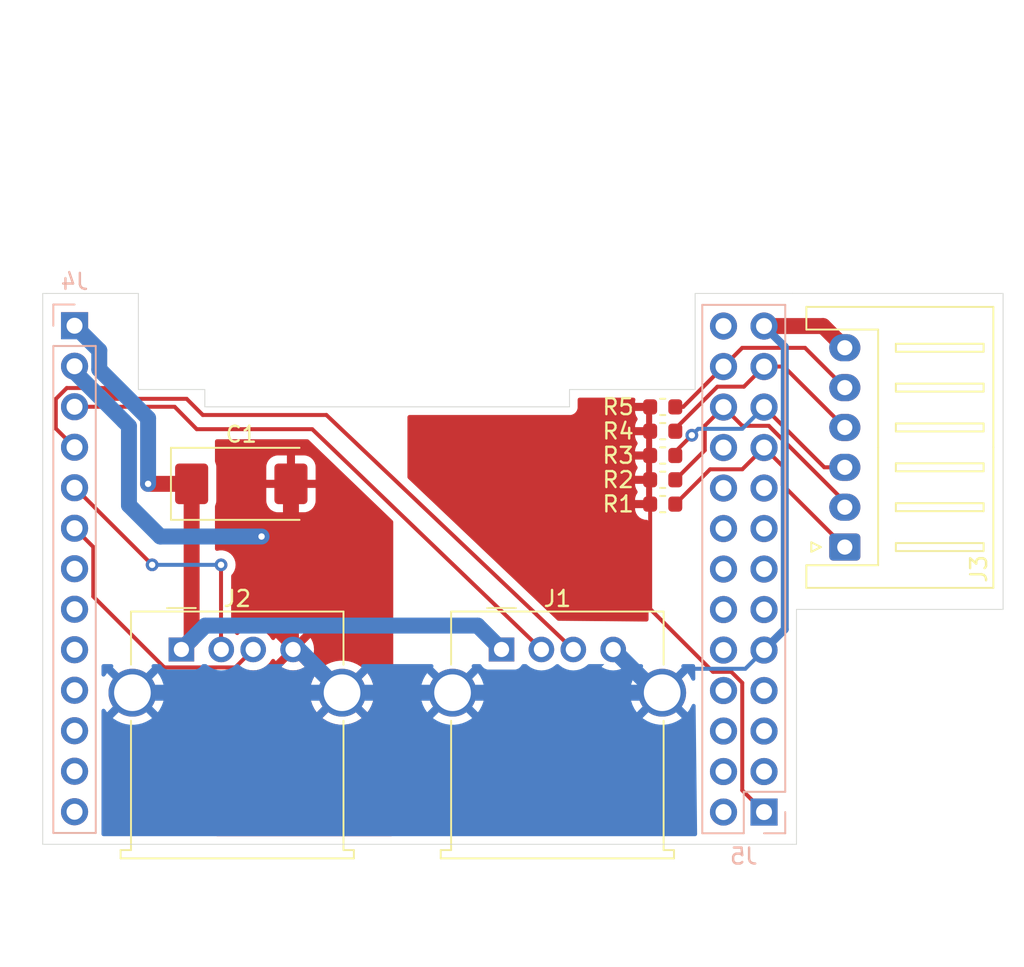
<source format=kicad_pcb>
(kicad_pcb (version 20211014) (generator pcbnew)
  (layers (0 "F.Cu" signal) (31 "B.Cu" signal) (34 "B.Paste" user) (35 "F.Paste" user) (36 "B.SilkS" user "B.Silkscreen") (37 "F.SilkS" user "F.Silkscreen") (38 "B.Mask" user) (39 "F.Mask" user) (44 "Edge.Cuts" user))
  (net 0 "")
  (net 1 "+5V")
  (net 2 "GND")
  (net 3 "+3V3")
  (net 4 "Net-(J1-Pad2)")
  (net 5 "Net-(J1-Pad3)")
  (net 6 "Net-(J2-Pad2)")
  (net 7 "Net-(J2-Pad3)")
  (net 8 "B1")
  (net 9 "B2")
  (net 10 "B3")
  (net 11 "B4")
  (net 12 "B5")
  (footprint "Connector_USB:USB_A_Molex_67643_Horizontal" (layer "F.Cu") (at 76.764 100.304)
    (fp_text reference "J1" (at 3.5 -3.19) (layer "F.SilkS"))
    (fp_text value "Conn_01x05")
    (fp_line (start -3.16 12.58) (end -3.81 12.58) (layer "F.SilkS") (width 0.12))
    (fp_line (start -3.81 12.58) (end -3.81 13.1) (layer "F.SilkS") (width 0.12))
    (fp_line (start -3.16 -2.38) (end 10.16 -2.38) (layer "F.SilkS") (width 0.12))
    (fp_line (start 10.81 12.58) (end 10.16 12.58) (layer "F.SilkS") (width 0.12))
    (fp_line (start -0.9 -2.6) (end 0.9 -2.6) (layer "F.SilkS") (width 0.12))
    (fp_line (start -3.16 12.58) (end -3.16 4.47) (layer "F.SilkS") (width 0.12))
    (fp_line (start -3.81 13.1) (end 10.81 13.1) (layer "F.SilkS") (width 0.12))
    (fp_line (start 10.16 4.47) (end 10.16 12.58) (layer "F.SilkS") (width 0.12))
    (fp_line (start 10.16 -2.38) (end 10.16 0.95) (layer "F.SilkS") (width 0.12))
    (fp_line (start 10.81 13.1) (end 10.81 12.58) (layer "F.SilkS") (width 0.12))
    (fp_line (start -3.16 -2.38) (end -3.16 0.95) (layer "F.SilkS") (width 0.12))
    (pad "1" thru_hole rect locked (at 0 0) (size 1.6 1.5) (drill 0.95) (layers *.Cu *.Mask) (net 1 "+5V"))
    (pad "2" thru_hole circle locked (at 2.5 0) (size 1.6 1.6) (drill 0.95) (layers *.Cu *.Mask) (net 4 "Net-(J1-Pad2)"))
    (pad "3" thru_hole circle locked (at 4.5 0) (size 1.6 1.6) (drill 0.95) (layers *.Cu *.Mask) (net 5 "Net-(J1-Pad3)"))
    (pad "4" thru_hole circle locked (at 7 0) (size 1.6 1.6) (drill 0.95) (layers *.Cu *.Mask) (net 2 "GND"))
    (pad "5" thru_hole circle locked (at -3.07 2.71) (size 3 3) (drill 2.3) (layers *.Cu *.Mask) (net 2 "GND"))
    (pad "5" thru_hole circle locked (at 10.07 2.71) (size 3 3) (drill 2.3) (layers *.Cu *.Mask) (net 2 "GND"))
  )
  (footprint "Resistor_SMD:R_0603_1608Metric" (layer "F.Cu") (at 86.868 85.09)
    (fp_text reference "R5" (at -2.794 0) (layer "F.SilkS"))
    (fp_text value "1k")
    (fp_line (start -0.162779 -0.51) (end 0.162779 -0.51) (layer "F.SilkS") (width 0.12))
    (fp_line (start -0.162779 0.51) (end 0.162779 0.51) (layer "F.SilkS") (width 0.12))
    (pad "1" smd roundrect locked (at -0.7875 0) (size 0.875 0.95) (layers "F.Cu" "F.Paste" "F.Mask") (net 3 "+3V3"))
    (pad "2" smd roundrect locked (at 0.7875 0) (size 0.875 0.95) (layers "F.Cu" "F.Paste" "F.Mask") (net 12 "B5"))
  )
  (footprint "Connector_JST:JST_XH_S6B-XH-A_1x06_P2.50mm_Horizontal" (layer "F.Cu") (at 98.281 93.88 90)
    (fp_text reference "J3" (at -1.37 8.399 90) (layer "F.SilkS"))
    (fp_text value "Conn_01x06")
    (fp_line (start 2.25 3.2) (end 2.25 8.7) (layer "F.SilkS") (width 0.12))
    (fp_line (start -0.25 3.2) (end -0.25 8.7) (layer "F.SilkS") (width 0.12))
    (fp_line (start 9.75 3.2) (end 9.75 8.7) (layer "F.SilkS") (width 0.12))
    (fp_line (start 6.25 9.31) (end 15.06 9.31) (layer "F.SilkS") (width 0.12))
    (fp_line (start 7.25 3.2) (end 7.25 8.7) (layer "F.SilkS") (width 0.12))
    (fp_line (start 13.64 2.09) (end 6.25 2.09) (layer "F.SilkS") (width 0.12))
    (fp_line (start 0 -1.5) (end -0.3 -2.1) (layer "F.SilkS") (width 0.12))
    (fp_line (start 9.75 8.7) (end 10.25 8.7) (layer "F.SilkS") (width 0.12))
    (fp_line (start 2.75 8.7) (end 2.75 3.2) (layer "F.SilkS") (width 0.12))
    (fp_line (start 0.25 3.2) (end -0.25 3.2) (layer "F.SilkS") (width 0.12))
    (fp_line (start 6.25 9.31) (end -2.56 9.31) (layer "F.SilkS") (width 0.12))
    (fp_line (start 12.75 3.2) (end 12.25 3.2) (layer "F.SilkS") (width 0.12))
    (fp_line (start -0.25 8.7) (end 0.25 8.7) (layer "F.SilkS") (width 0.12))
    (fp_line (start 5.25 3.2) (end 4.75 3.2) (layer "F.SilkS") (width 0.12))
    (fp_line (start -0.3 -2.1) (end 0.3 -2.1) (layer "F.SilkS") (width 0.12))
    (fp_line (start 12.75 8.7) (end 12.75 3.2) (layer "F.SilkS") (width 0.12))
    (fp_line (start -1.14 -2.41) (end -1.14 2.09) (layer "F.SilkS") (width 0.12))
    (fp_line (start 10.25 3.2) (end 9.75 3.2) (layer "F.SilkS") (width 0.12))
    (fp_line (start 0.25 8.7) (end 0.25 3.2) (layer "F.SilkS") (width 0.12))
    (fp_line (start 0.3 -2.1) (end 0 -1.5) (layer "F.SilkS") (width 0.12))
    (fp_line (start 15.06 9.31) (end 15.06 -2.41) (layer "F.SilkS") (width 0.12))
    (fp_line (start 15.06 -2.41) (end 13.64 -2.41) (layer "F.SilkS") (width 0.12))
    (fp_line (start 4.75 8.7) (end 5.25 8.7) (layer "F.SilkS") (width 0.12))
    (fp_line (start -1.14 2.09) (end 6.25 2.09) (layer "F.SilkS") (width 0.12))
    (fp_line (start 7.75 3.2) (end 7.25 3.2) (layer "F.SilkS") (width 0.12))
    (fp_line (start 10.25 8.7) (end 10.25 3.2) (layer "F.SilkS") (width 0.12))
    (fp_line (start 4.75 3.2) (end 4.75 8.7) (layer "F.SilkS") (width 0.12))
    (fp_line (start 2.25 8.7) (end 2.75 8.7) (layer "F.SilkS") (width 0.12))
    (fp_line (start -2.56 9.31) (end -2.56 -2.41) (layer "F.SilkS") (width 0.12))
    (fp_line (start 5.25 8.7) (end 5.25 3.2) (layer "F.SilkS") (width 0.12))
    (fp_line (start -2.56 -2.41) (end -1.14 -2.41) (layer "F.SilkS") (width 0.12))
    (fp_line (start 12.25 8.7) (end 12.75 8.7) (layer "F.SilkS") (width 0.12))
    (fp_line (start 13.64 -2.41) (end 13.64 2.09) (layer "F.SilkS") (width 0.12))
    (fp_line (start 7.25 8.7) (end 7.75 8.7) (layer "F.SilkS") (width 0.12))
    (fp_line (start 12.25 3.2) (end 12.25 8.7) (layer "F.SilkS") (width 0.12))
    (fp_line (start 7.75 8.7) (end 7.75 3.2) (layer "F.SilkS") (width 0.12))
    (fp_line (start 2.75 3.2) (end 2.25 3.2) (layer "F.SilkS") (width 0.12))
    (pad "1" thru_hole roundrect (at 0 0 90) (size 1.7 1.95) (drill 0.95) (layers *.Cu *.Mask) (roundrect_rratio 0.1470588235) (net 8 "B1"))
    (pad "2" thru_hole oval (at 2.5 0 90) (size 1.7 1.95) (drill 0.95) (layers *.Cu *.Mask) (net 9 "B2"))
    (pad "3" thru_hole oval (at 5 0 90) (size 1.7 1.95) (drill 0.95) (layers *.Cu *.Mask) (net 10 "B3"))
    (pad "4" thru_hole oval (at 7.5 0 90) (size 1.7 1.95) (drill 0.95) (layers *.Cu *.Mask) (net 11 "B4"))
    (pad "5" thru_hole oval (at 10 0 90) (size 1.7 1.95) (drill 0.95) (layers *.Cu *.Mask) (net 12 "B5"))
    (pad "6" thru_hole oval (at 12.5 0 90) (size 1.7 1.95) (drill 0.95) (layers *.Cu *.Mask) (net 2 "GND"))
  )
  (footprint "Capacitor_Tantalum_SMD:CP_EIA-7343-43_Kemet-X" (layer "F.Cu") (at 60.452 89.916)
    (fp_text reference "C1" (at 0 -3.1) (layer "F.SilkS"))
    (fp_text value "10u/16V")
    (fp_line (start -4.41 2.26) (end 3.65 2.26) (layer "F.SilkS") (width 0.12))
    (fp_line (start 3.65 -2.26) (end -4.41 -2.26) (layer "F.SilkS") (width 0.12))
    (fp_line (start -4.41 -2.26) (end -4.41 2.26) (layer "F.SilkS") (width 0.12))
    (pad "1" smd roundrect (at -3.1125 0) (size 2.075 2.55) (layers "F.Cu" "F.Paste" "F.Mask") (roundrect_rratio 0.1204819277) (net 1 "+5V"))
    (pad "2" smd roundrect (at 3.1125 0) (size 2.075 2.55) (layers "F.Cu" "F.Paste" "F.Mask") (roundrect_rratio 0.1204819277) (net 2 "GND"))
  )
  (footprint "Resistor_SMD:R_0603_1608Metric" (layer "F.Cu") (at 86.868 86.614)
    (fp_text reference "R4" (at -2.794 0) (layer "F.SilkS"))
    (fp_text value "1k")
    (fp_line (start -0.162779 -0.51) (end 0.162779 -0.51) (layer "F.SilkS") (width 0.12))
    (fp_line (start -0.162779 0.51) (end 0.162779 0.51) (layer "F.SilkS") (width 0.12))
    (pad "1" smd roundrect locked (at -0.7875 0) (size 0.875 0.95) (layers "F.Cu" "F.Paste" "F.Mask") (net 3 "+3V3"))
    (pad "2" smd roundrect locked (at 0.7875 0) (size 0.875 0.95) (layers "F.Cu" "F.Paste" "F.Mask") (net 11 "B4"))
  )
  (footprint "Resistor_SMD:R_0603_1608Metric" (layer "F.Cu") (at 86.868 89.662)
    (fp_text reference "R2" (at -2.794 0) (layer "F.SilkS"))
    (fp_text value "1k")
    (fp_line (start -0.162779 -0.51) (end 0.162779 -0.51) (layer "F.SilkS") (width 0.12))
    (fp_line (start -0.162779 0.51) (end 0.162779 0.51) (layer "F.SilkS") (width 0.12))
    (pad "1" smd roundrect locked (at -0.7875 0) (size 0.875 0.95) (layers "F.Cu" "F.Paste" "F.Mask") (net 3 "+3V3"))
    (pad "2" smd roundrect locked (at 0.7875 0) (size 0.875 0.95) (layers "F.Cu" "F.Paste" "F.Mask") (net 9 "B2"))
  )
  (footprint "Resistor_SMD:R_0603_1608Metric" (layer "F.Cu") (at 86.868 88.138)
    (fp_text reference "R3" (at -2.794 0) (layer "F.SilkS"))
    (fp_text value "1k")
    (fp_line (start -0.162779 -0.51) (end 0.162779 -0.51) (layer "F.SilkS") (width 0.12))
    (fp_line (start -0.162779 0.51) (end 0.162779 0.51) (layer "F.SilkS") (width 0.12))
    (pad "1" smd roundrect locked (at -0.7875 0) (size 0.875 0.95) (layers "F.Cu" "F.Paste" "F.Mask") (net 3 "+3V3"))
    (pad "2" smd roundrect locked (at 0.7875 0) (size 0.875 0.95) (layers "F.Cu" "F.Paste" "F.Mask") (net 10 "B3"))
  )
  (footprint "Connector_USB:USB_A_Molex_67643_Horizontal" (layer "F.Cu") (at 56.698 100.304)
    (fp_text reference "J2" (at 3.5 -3.19) (layer "F.SilkS"))
    (fp_text value "Conn_01x05")
    (fp_line (start -3.81 13.1) (end 10.81 13.1) (layer "F.SilkS") (width 0.12))
    (fp_line (start -3.16 -2.38) (end -3.16 0.95) (layer "F.SilkS") (width 0.12))
    (fp_line (start -3.16 -2.38) (end 10.16 -2.38) (layer "F.SilkS") (width 0.12))
    (fp_line (start -0.9 -2.6) (end 0.9 -2.6) (layer "F.SilkS") (width 0.12))
    (fp_line (start -3.16 12.58) (end -3.16 4.47) (layer "F.SilkS") (width 0.12))
    (fp_line (start -3.16 12.58) (end -3.81 12.58) (layer "F.SilkS") (width 0.12))
    (fp_line (start 10.81 13.1) (end 10.81 12.58) (layer "F.SilkS") (width 0.12))
    (fp_line (start 10.16 4.47) (end 10.16 12.58) (layer "F.SilkS") (width 0.12))
    (fp_line (start 10.81 12.58) (end 10.16 12.58) (layer "F.SilkS") (width 0.12))
    (fp_line (start -3.81 12.58) (end -3.81 13.1) (layer "F.SilkS") (width 0.12))
    (fp_line (start 10.16 -2.38) (end 10.16 0.95) (layer "F.SilkS") (width 0.12))
    (pad "1" thru_hole rect locked (at 0 0) (size 1.6 1.5) (drill 0.95) (layers *.Cu *.Mask) (net 1 "+5V"))
    (pad "2" thru_hole circle locked (at 2.5 0) (size 1.6 1.6) (drill 0.95) (layers *.Cu *.Mask) (net 6 "Net-(J2-Pad2)"))
    (pad "3" thru_hole circle locked (at 4.5 0) (size 1.6 1.6) (drill 0.95) (layers *.Cu *.Mask) (net 7 "Net-(J2-Pad3)"))
    (pad "4" thru_hole circle locked (at 7 0) (size 1.6 1.6) (drill 0.95) (layers *.Cu *.Mask) (net 2 "GND"))
    (pad "5" thru_hole circle locked (at 10.07 2.71) (size 3 3) (drill 2.3) (layers *.Cu *.Mask) (net 2 "GND"))
    (pad "5" thru_hole circle locked (at -3.07 2.71) (size 3 3) (drill 2.3) (layers *.Cu *.Mask) (net 2 "GND"))
  )
  (footprint "Resistor_SMD:R_0603_1608Metric" (layer "F.Cu") (at 86.868 91.186)
    (fp_text reference "R1" (at -2.794 0) (layer "F.SilkS"))
    (fp_text value "1k")
    (fp_line (start -0.162779 -0.51) (end 0.162779 -0.51) (layer "F.SilkS") (width 0.12))
    (fp_line (start -0.162779 0.51) (end 0.162779 0.51) (layer "F.SilkS") (width 0.12))
    (pad "1" smd roundrect locked (at -0.7875 0) (size 0.875 0.95) (layers "F.Cu" "F.Paste" "F.Mask") (net 3 "+3V3"))
    (pad "2" smd roundrect locked (at 0.7875 0) (size 0.875 0.95) (layers "F.Cu" "F.Paste" "F.Mask") (net 8 "B1"))
  )
  (footprint "Connector_PinSocket_2.54mm:PinSocket_2x13_P2.54mm_Vertical" (layer "B.Cu") (at 93.218 110.5)
    (fp_text reference "J5" (at -1.27 2.77) (layer "B.SilkS") (effects (justify mirror)))
    (fp_text value "Conn_02x13_Odd_Even")
    (fp_line (start -3.87 1.33) (end -1.27 1.33) (layer "B.SilkS") (width 0.12))
    (fp_line (start 1.33 -1.27) (end 1.33 -31.81) (layer "B.SilkS") (width 0.12))
    (fp_line (start -3.87 1.33) (end -3.87 -31.81) (layer "B.SilkS") (width 0.12))
    (fp_line (start -3.87 -31.81) (end 1.33 -31.81) (layer "B.SilkS") (width 0.12))
    (fp_line (start 1.33 1.33) (end 1.33 0) (layer "B.SilkS") (width 0.12))
    (fp_line (start -1.27 -1.27) (end 1.33 -1.27) (layer "B.SilkS") (width 0.12))
    (fp_line (start 0 1.33) (end 1.33 1.33) (layer "B.SilkS") (width 0.12))
    (fp_line (start -1.27 1.33) (end -1.27 -1.27) (layer "B.SilkS") (width 0.12))
    (pad "1" thru_hole rect (at 0 0) (size 1.7 1.7) (drill 1) (layers *.Cu *.Mask) (net 3 "+3V3"))
    (pad "2" thru_hole oval (at -2.54 0) (size 1.7 1.7) (drill 1) (layers *.Cu *.Mask))
    (pad "3" thru_hole oval (at 0 -2.54) (size 1.7 1.7) (drill 1) (layers *.Cu *.Mask))
    (pad "4" thru_hole oval (at -2.54 -2.54) (size 1.7 1.7) (drill 1) (layers *.Cu *.Mask))
    (pad "5" thru_hole oval (at 0 -5.08) (size 1.7 1.7) (drill 1) (layers *.Cu *.Mask))
    (pad "6" thru_hole oval (at -2.54 -5.08) (size 1.7 1.7) (drill 1) (layers *.Cu *.Mask))
    (pad "7" thru_hole oval (at 0 -7.62) (size 1.7 1.7) (drill 1) (layers *.Cu *.Mask))
    (pad "8" thru_hole oval (at -2.54 -7.62) (size 1.7 1.7) (drill 1) (layers *.Cu *.Mask))
    (pad "9" thru_hole oval (at 0 -10.16) (size 1.7 1.7) (drill 1) (layers *.Cu *.Mask) (net 2 "GND"))
    (pad "10" thru_hole oval (at -2.54 -10.16) (size 1.7 1.7) (drill 1) (layers *.Cu *.Mask))
    (pad "11" thru_hole oval (at 0 -12.7) (size 1.7 1.7) (drill 1) (layers *.Cu *.Mask))
    (pad "12" thru_hole oval (at -2.54 -12.7) (size 1.7 1.7) (drill 1) (layers *.Cu *.Mask))
    (pad "13" thru_hole oval (at 0 -15.24) (size 1.7 1.7) (drill 1) (layers *.Cu *.Mask))
    (pad "14" thru_hole oval (at -2.54 -15.24) (size 1.7 1.7) (drill 1) (layers *.Cu *.Mask))
    (pad "15" thru_hole oval (at 0 -17.78) (size 1.7 1.7) (drill 1) (layers *.Cu *.Mask))
    (pad "16" thru_hole oval (at -2.54 -17.78) (size 1.7 1.7) (drill 1) (layers *.Cu *.Mask))
    (pad "17" thru_hole oval (at 0 -20.32) (size 1.7 1.7) (drill 1) (layers *.Cu *.Mask))
    (pad "18" thru_hole oval (at -2.54 -20.32) (size 1.7 1.7) (drill 1) (layers *.Cu *.Mask))
    (pad "19" thru_hole oval (at 0 -22.86) (size 1.7 1.7) (drill 1) (layers *.Cu *.Mask) (net 8 "B1"))
    (pad "20" thru_hole oval (at -2.54 -22.86) (size 1.7 1.7) (drill 1) (layers *.Cu *.Mask))
    (pad "21" thru_hole oval (at 0 -25.4) (size 1.7 1.7) (drill 1) (layers *.Cu *.Mask) (net 10 "B3"))
    (pad "22" thru_hole oval (at -2.54 -25.4) (size 1.7 1.7) (drill 1) (layers *.Cu *.Mask) (net 9 "B2"))
    (pad "23" thru_hole oval (at 0 -27.94) (size 1.7 1.7) (drill 1) (layers *.Cu *.Mask) (net 11 "B4"))
    (pad "24" thru_hole oval (at -2.54 -27.94) (size 1.7 1.7) (drill 1) (layers *.Cu *.Mask) (net 12 "B5"))
    (pad "25" thru_hole oval (at 0 -30.48) (size 1.7 1.7) (drill 1) (layers *.Cu *.Mask) (net 2 "GND"))
    (pad "26" thru_hole oval (at -2.54 -30.48) (size 1.7 1.7) (drill 1) (layers *.Cu *.Mask))
  )
  (footprint "Connector_PinSocket_2.54mm:PinSocket_1x13_P2.54mm_Vertical" (layer "B.Cu") (at 50 80 180)
    (fp_text reference "J4" (at 0 2.77) (layer "B.SilkS") (effects (justify mirror)))
    (fp_text value "Conn_01x13")
    (fp_line (start -1.33 -1.27) (end -1.33 -31.81) (layer "B.SilkS") (width 0.12))
    (fp_line (start 1.33 1.33) (end 1.33 0) (layer "B.SilkS") (width 0.12))
    (fp_line (start -1.33 -1.27) (end 1.33 -1.27) (layer "B.SilkS") (width 0.12))
    (fp_line (start 1.33 -1.27) (end 1.33 -31.81) (layer "B.SilkS") (width 0.12))
    (fp_line (start -1.33 -31.81) (end 1.33 -31.81) (layer "B.SilkS") (width 0.12))
    (fp_line (start 0 1.33) (end 1.33 1.33) (layer "B.SilkS") (width 0.12))
    (pad "1" thru_hole rect (at 0 0 180) (size 1.7 1.7) (drill 1) (layers *.Cu *.Mask) (net 1 "+5V"))
    (pad "2" thru_hole oval (at 0 -2.54 180) (size 1.7 1.7) (drill 1) (layers *.Cu *.Mask) (net 2 "GND"))
    (pad "3" thru_hole oval (at 0 -5.08 180) (size 1.7 1.7) (drill 1) (layers *.Cu *.Mask) (net 4 "Net-(J1-Pad2)"))
    (pad "4" thru_hole oval (at 0 -7.62 180) (size 1.7 1.7) (drill 1) (layers *.Cu *.Mask) (net 5 "Net-(J1-Pad3)"))
    (pad "5" thru_hole oval (at 0 -10.16 180) (size 1.7 1.7) (drill 1) (layers *.Cu *.Mask) (net 6 "Net-(J2-Pad2)"))
    (pad "6" thru_hole oval (at 0 -12.7 180) (size 1.7 1.7) (drill 1) (layers *.Cu *.Mask) (net 7 "Net-(J2-Pad3)"))
    (pad "7" thru_hole oval (at 0 -15.24 180) (size 1.7 1.7) (drill 1) (layers *.Cu *.Mask))
    (pad "8" thru_hole oval (at 0 -17.78 180) (size 1.7 1.7) (drill 1) (layers *.Cu *.Mask))
    (pad "9" thru_hole oval (at 0 -20.32 180) (size 1.7 1.7) (drill 1) (layers *.Cu *.Mask))
    (pad "10" thru_hole oval (at 0 -22.86 180) (size 1.7 1.7) (drill 1) (layers *.Cu *.Mask))
    (pad "11" thru_hole oval (at 0 -25.4 180) (size 1.7 1.7) (drill 1) (layers *.Cu *.Mask))
    (pad "12" thru_hole oval (at 0 -27.94 180) (size 1.7 1.7) (drill 1) (layers *.Cu *.Mask))
    (pad "13" thru_hole oval (at 0 -30.48 180) (size 1.7 1.7) (drill 1) (layers *.Cu *.Mask))
  )
  (gr_line (start 88.9 77.978) (end 94.996 77.978) (layer "Edge.Cuts") (width 0.05))
  (gr_line (start 54 77.978) (end 54 84) (layer "Edge.Cuts") (width 0.05))
  (gr_line (start 81.026 85.09) (end 81.026 84) (layer "Edge.Cuts") (width 0.05))
  (gr_line (start 95.25 97.79) (end 95.25 112.522) (layer "Edge.Cuts") (width 0.05))
  (gr_line (start 58.166 85.09) (end 81.026 85.09) (layer "Edge.Cuts") (width 0.05))
  (gr_line (start 48.006 77.978) (end 48.26 77.978) (layer "Edge.Cuts") (width 0.05))
  (gr_line (start 94.996 77.978) (end 108.204 77.978) (layer "Edge.Cuts") (width 0.05))
  (gr_line (start 108.204 77.978) (end 108.204 97.79) (layer "Edge.Cuts") (width 0.05))
  (gr_line (start 48.006 112.522) (end 48.006 77.978) (layer "Edge.Cuts") (width 0.05))
  (gr_line (start 108.204 97.79) (end 95.25 97.79) (layer "Edge.Cuts") (width 0.05))
  (gr_line (start 54 84) (end 58.166 84) (layer "Edge.Cuts") (width 0.05))
  (gr_line (start 95.25 112.522) (end 94.996 112.522) (layer "Edge.Cuts") (width 0.05))
  (gr_line (start 88.9 84) (end 88.9 77.978) (layer "Edge.Cuts") (width 0.05))
  (gr_line (start 48.26 77.978) (end 54 77.978) (layer "Edge.Cuts") (width 0.05))
  (gr_line (start 81.026 84) (end 88.9 84) (layer "Edge.Cuts") (width 0.05))
  (gr_line (start 58.166 84) (end 58.166 85.09) (layer "Edge.Cuts") (width 0.05))
  (gr_line (start 94.996 112.522) (end 48.006 112.522) (layer "Edge.Cuts") (width 0.05))
  (segment (start 54.61 89.916) (end 57.3395 89.916) (width 1) (layer "F.Cu") (net 1))
  (segment (start 57.3395 89.916) (end 57.3395 99.6625) (width 1) (layer "F.Cu") (net 1))
  (segment (start 57.3395 99.6625) (end 56.698 100.304) (width 1) (layer "F.Cu") (net 1))
  (via (at 54.61 89.916) (size 0.8) (drill 0.4) (layers "F.Cu" "B.Cu") (net 1))
  (segment (start 51.549511 82.741806) (end 54.61 85.802295) (width 1) (layer "B.Cu") (net 1))
  (segment (start 75.264489 98.804489) (end 58.197511 98.804489) (width 1) (layer "B.Cu") (net 1))
  (segment (start 76.764 100.304) (end 75.264489 98.804489) (width 1) (layer "B.Cu") (net 1))
  (segment (start 50 80) (end 51.549511 81.549511) (width 1) (layer "B.Cu") (net 1))
  (segment (start 58.197511 98.804489) (end 56.698 100.304) (width 1) (layer "B.Cu") (net 1))
  (segment (start 51.549511 81.549511) (end 51.549511 82.741806) (width 1) (layer "B.Cu") (net 1))
  (segment (start 54.61 85.802295) (end 54.61 89.916) (width 1) (layer "B.Cu") (net 1))
  (segment (start 62.992 93.218) (end 63.5645 93.7905) (width 1) (layer "F.Cu") (net 2))
  (segment (start 96.921 80.02) (end 98.281 81.38) (width 1) (layer "F.Cu") (net 2))
  (segment (start 93.218 80.02) (end 96.921 80.02) (width 1) (layer "F.Cu") (net 2))
  (segment (start 61.722 93.218) (end 62.992 93.218) (width 1) (layer "F.Cu") (net 2))
  (segment (start 63.5645 100.1705) (end 63.698 100.304) (width 1) (layer "F.Cu") (net 2))
  (segment (start 63.5645 93.7905) (end 63.5645 100.1705) (width 1) (layer "F.Cu") (net 2))
  (segment (start 63.5645 89.916) (end 63.5645 93.7905) (width 1) (layer "F.Cu") (net 2))
  (via (at 61.722 93.218) (size 0.8) (drill 0.4) (layers "F.Cu" "B.Cu") (net 2))
  (segment (start 64.058 100.304) (end 66.768 103.014) (width 1) (layer "B.Cu") (net 2))
  (segment (start 88.333489 101.514511) (end 86.834 103.014) (width 0.25) (layer "B.Cu") (net 2))
  (segment (start 94.517511 99.040489) (end 94.517511 81.319511) (width 0.5) (layer "B.Cu") (net 2))
  (segment (start 73.694 103.014) (end 86.834 103.014) (width 1) (layer "B.Cu") (net 2))
  (segment (start 86.834 103.014) (end 86.474 103.014) (width 1) (layer "B.Cu") (net 2))
  (segment (start 50 82.888659) (end 53.086 85.974659) (width 1) (layer "B.Cu") (net 2))
  (segment (start 63.698 100.304) (end 64.058 100.304) (width 1) (layer "B.Cu") (net 2))
  (segment (start 94.517511 81.319511) (end 93.218 80.02) (width 0.5) (layer "B.Cu") (net 2))
  (segment (start 66.768 103.014) (end 73.694 103.014) (width 1) (layer "B.Cu") (net 2))
  (segment (start 86.474 103.014) (end 83.764 100.304) (width 1) (layer "B.Cu") (net 2))
  (segment (start 53.086 85.974659) (end 53.41048 86.299139) (width 1) (layer "B.Cu") (net 2))
  (segment (start 53.628 103.014) (end 66.768 103.014) (width 1) (layer "B.Cu") (net 2))
  (segment (start 92.043489 101.514511) (end 88.333489 101.514511) (width 0.25) (layer "B.Cu") (net 2))
  (segment (start 55.372 93.218) (end 61.722 93.218) (width 1) (layer "B.Cu") (net 2))
  (segment (start 53.41048 91.25648) (end 55.372 93.218) (width 1) (layer "B.Cu") (net 2))
  (segment (start 93.218 100.34) (end 92.043489 101.514511) (width 0.25) (layer "B.Cu") (net 2))
  (segment (start 53.41048 86.299139) (end 53.41048 91.25648) (width 1) (layer "B.Cu") (net 2))
  (segment (start 50 82.54) (end 50 82.888659) (width 1) (layer "B.Cu") (net 2))
  (segment (start 93.218 100.34) (end 94.517511 99.040489) (width 0.5) (layer "B.Cu") (net 2))
  (segment (start 93.218 110.5) (end 91.852511 109.134511) (width 0.25) (layer "F.Cu") (net 3))
  (segment (start 86.0805 85.09) (end 86.0805 86.614) (width 0.25) (layer "F.Cu") (net 3))
  (segment (start 91.164499 101.705489) (end 90.021489 101.705489) (width 0.25) (layer "F.Cu") (net 3))
  (segment (start 86.0805 86.614) (end 86.0805 88.138) (width 0.25) (layer "F.Cu") (net 3))
  (segment (start 86.0805 97.7645) (end 86.0805 91.186) (width 0.25) (layer "F.Cu") (net 3))
  (segment (start 86.0805 89.662) (end 86.0805 91.186) (width 0.25) (layer "F.Cu") (net 3))
  (segment (start 90.021489 101.705489) (end 86.0805 97.7645) (width 0.25) (layer "F.Cu") (net 3))
  (segment (start 91.852511 102.393501) (end 91.164499 101.705489) (width 0.25) (layer "F.Cu") (net 3))
  (segment (start 86.0805 89.662) (end 86.0805 88.138) (width 0.25) (layer "F.Cu") (net 3))
  (segment (start 91.852511 109.134511) (end 91.852511 102.393501) (width 0.25) (layer "F.Cu") (net 3))
  (segment (start 64.897 86.487) (end 79.264 100.304) (width 0.25) (layer "F.Cu") (net 4))
  (segment (start 50 85.08) (end 56.271 85.08) (width 0.25) (layer "F.Cu") (net 4))
  (segment (start 57.658 86.487) (end 64.897 86.487) (width 0.25) (layer "F.Cu") (net 4))
  (segment (start 56.271 85.08) (end 57.658 86.487) (width 0.25) (layer "F.Cu") (net 4))
  (segment (start 58.039 85.598) (end 65.786 85.598) (width 0.25) (layer "F.Cu") (net 5))
  (segment (start 57.023 84.582) (end 58.039 85.598) (width 0.25) (layer "F.Cu") (net 5))
  (segment (start 49.513501 83.905489) (end 51.901489 83.905489) (width 0.25) (layer "F.Cu") (net 5))
  (segment (start 65.786 85.598) (end 81.264 100.304) (width 0.25) (layer "F.Cu") (net 5))
  (segment (start 48.825489 84.593501) (end 49.513501 83.905489) (width 0.25) (layer "F.Cu") (net 5))
  (segment (start 51.901489 83.905489) (end 52.578 84.582) (width 0.25) (layer "F.Cu") (net 5))
  (segment (start 52.578 84.582) (end 57.023 84.582) (width 0.25) (layer "F.Cu") (net 5))
  (segment (start 50 87.62) (end 48.825489 86.445489) (width 0.25) (layer "F.Cu") (net 5))
  (segment (start 48.825489 86.445489) (end 48.825489 84.593501) (width 0.25) (layer "F.Cu") (net 5))
  (segment (start 59.182 94.996) (end 59.182 100.288) (width 0.25) (layer "F.Cu") (net 6))
  (segment (start 50.028 90.16) (end 54.864 94.996) (width 0.25) (layer "F.Cu") (net 6))
  (segment (start 50 90.16) (end 50.028 90.16) (width 0.25) (layer "F.Cu") (net 6))
  (segment (start 59.182 100.288) (end 59.198 100.304) (width 0.25) (layer "F.Cu") (net 6))
  (via (at 54.864 94.996) (size 0.8) (drill 0.4) (layers "F.Cu" "B.Cu") (net 6))
  (via (at 59.182 94.996) (size 0.8) (drill 0.4) (layers "F.Cu" "B.Cu") (net 6))
  (segment (start 54.864 94.996) (end 59.182 94.996) (width 0.25) (layer "B.Cu") (net 6))
  (segment (start 60.073489 101.428511) (end 61.198 100.304) (width 0.25) (layer "F.Cu") (net 7))
  (segment (start 51.174511 93.874511) (end 51.174511 96.979533) (width 0.25) (layer "F.Cu") (net 7))
  (segment (start 55.623489 101.428511) (end 60.073489 101.428511) (width 0.25) (layer "F.Cu") (net 7))
  (segment (start 51.174511 96.979533) (end 55.623489 101.428511) (width 0.25) (layer "F.Cu") (net 7))
  (segment (start 50 92.7) (end 51.174511 93.874511) (width 0.25) (layer "F.Cu") (net 7))
  (segment (start 94.392511 89.991511) (end 98.281 93.88) (width 0.25) (layer "F.Cu") (net 8))
  (segment (start 89.836011 89.005489) (end 91.852511 89.005489) (width 0.25) (layer "F.Cu") (net 8))
  (segment (start 91.852511 89.005489) (end 93.218 87.64) (width 0.25) (layer "F.Cu") (net 8))
  (segment (start 87.6555 91.186) (end 89.836011 89.005489) (width 0.25) (layer "F.Cu") (net 8))
  (segment (start 94.392511 88.814511) (end 94.392511 89.991511) (width 0.25) (layer "F.Cu") (net 8))
  (segment (start 93.218 87.64) (end 94.392511 88.814511) (width 0.25) (layer "F.Cu") (net 8))
  (segment (start 89.503489 87.814011) (end 89.503489 86.274511) (width 0.25) (layer "F.Cu") (net 9))
  (segment (start 89.503489 86.274511) (end 90.678 85.1) (width 0.25) (layer "F.Cu") (net 9))
  (segment (start 98.281 91.38) (end 98.281 91.04199) (width 0.25) (layer "F.Cu") (net 9))
  (segment (start 87.6555 89.662) (end 89.503489 87.814011) (width 0.25) (layer "F.Cu") (net 9))
  (segment (start 93.513521 86.274511) (end 91.852511 86.274511) (width 0.25) (layer "F.Cu") (net 9))
  (segment (start 91.852511 86.274511) (end 90.678 85.1) (width 0.25) (layer "F.Cu") (net 9))
  (segment (start 98.281 91.04199) (end 93.513521 86.274511) (width 0.25) (layer "F.Cu") (net 9))
  (segment (start 87.6555 87.905) (end 88.6925 86.868) (width 0.25) (layer "F.Cu") (net 10))
  (segment (start 98.281 88.88) (end 96.998 88.88) (width 0.25) (layer "F.Cu") (net 10))
  (segment (start 96.998 88.88) (end 93.218 85.1) (width 0.25) (layer "F.Cu") (net 10))
  (segment (start 87.6555 88.138) (end 87.6555 87.905) (width 0.25) (layer "F.Cu") (net 10))
  (via (at 88.6925 86.868) (size 0.8) (drill 0.4) (layers "F.Cu" "B.Cu") (net 10))
  (segment (start 89.095011 86.465489) (end 91.852511 86.465489) (width 0.25) (layer "B.Cu") (net 10))
  (segment (start 88.6925 86.868) (end 89.095011 86.465489) (width 0.25) (layer "B.Cu") (net 10))
  (segment (start 91.852511 86.465489) (end 93.218 85.1) (width 0.25) (layer "B.Cu") (net 10))
  (segment (start 93.218 82.56) (end 94.461 82.56) (width 0.25) (layer "F.Cu") (net 11))
  (segment (start 87.6555 86.614) (end 87.6555 86.46149) (width 0.25) (layer "F.Cu") (net 11))
  (segment (start 94.461 82.56) (end 98.281 86.38) (width 0.25) (layer "F.Cu") (net 11))
  (segment (start 90.29699 83.82) (end 91.958 83.82) (width 0.25) (layer "F.Cu") (net 11))
  (segment (start 91.958 83.82) (end 93.218 82.56) (width 0.25) (layer "F.Cu") (net 11))
  (segment (start 87.6555 86.46149) (end 90.29699 83.82) (width 0.25) (layer "F.Cu") (net 11))
  (segment (start 88.148 85.09) (end 90.678 82.56) (width 0.25) (layer "F.Cu") (net 12))
  (segment (start 87.6555 85.09) (end 88.148 85.09) (width 0.25) (layer "F.Cu") (net 12))
  (segment (start 91.852511 81.385489) (end 90.678 82.56) (width 0.25) (layer "F.Cu") (net 12))
  (segment (start 95.786489 81.385489) (end 91.852511 81.385489) (width 0.25) (layer "F.Cu") (net 12))
  (segment (start 98.281 83.88) (end 95.786489 81.385489) (width 0.25) (layer "F.Cu") (net 12))
  (zone (net 2) (net_name "GND") (layer "F.Cu") (connect_pads (clearance 0.508)) (min_thickness 0.254) (fill yes (thermal_gap 0.508) (thermal_bridge_width 0.508))
    (polygon (pts (xy 69.977 114.427) (xy 58.801 114.554) (xy 58.801 82.931) (xy 69.977 82.931)))
  )
  (zone (net 3) (net_name "+3V3") (layer "F.Cu") (connect_pads (clearance 0.508)) (min_thickness 0.254) (fill yes (thermal_gap 0.508) (thermal_bridge_width 0.508))
    (polygon (pts (xy 85.979 98.552) (xy 70.866 98.425) (xy 70.866 81.534) (xy 85.979 81.534)))
  )
  (zone (net 2) (net_name "GND") (layer "B.Cu") (connect_pads (clearance 0.508)) (min_thickness 0.254) (fill yes (thermal_gap 0.508) (thermal_bridge_width 0.508))
    (polygon (pts (xy 89.027 112.141) (xy 51.689 112.395) (xy 51.689 101.219) (xy 88.9 101.219)))
  )
)
</source>
